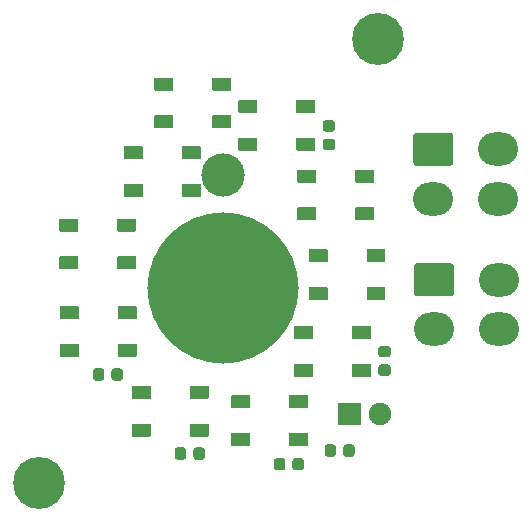
<source format=gbr>
%TF.GenerationSoftware,KiCad,Pcbnew,(5.1.10)-1*%
%TF.CreationDate,2021-11-16T17:31:42+11:00*%
%TF.ProjectId,FIRE TEST Panel PCB V2,46495245-2054-4455-9354-2050616e656c,rev?*%
%TF.SameCoordinates,Original*%
%TF.FileFunction,Soldermask,Top*%
%TF.FilePolarity,Negative*%
%FSLAX46Y46*%
G04 Gerber Fmt 4.6, Leading zero omitted, Abs format (unit mm)*
G04 Created by KiCad (PCBNEW (5.1.10)-1) date 2021-11-16 17:31:42*
%MOMM*%
%LPD*%
G01*
G04 APERTURE LIST*
%ADD10O,3.400000X2.800000*%
%ADD11C,4.400000*%
%ADD12C,12.800000*%
%ADD13C,3.672000*%
%ADD14C,1.900000*%
G04 APERTURE END LIST*
D10*
%TO.C,J2*%
X157891000Y-104698000D03*
X157891000Y-100498000D03*
X152391000Y-104698000D03*
G36*
G01*
X150950260Y-99098000D02*
X153831740Y-99098000D01*
G75*
G02*
X154091000Y-99357260I0J-259260D01*
G01*
X154091000Y-101638740D01*
G75*
G02*
X153831740Y-101898000I-259260J0D01*
G01*
X150950260Y-101898000D01*
G75*
G02*
X150691000Y-101638740I0J259260D01*
G01*
X150691000Y-99357260D01*
G75*
G02*
X150950260Y-99098000I259260J0D01*
G01*
G37*
%TD*%
%TO.C,J1*%
X157841000Y-93648600D03*
X157841000Y-89448600D03*
X152341000Y-93648600D03*
G36*
G01*
X150900260Y-88048600D02*
X153781740Y-88048600D01*
G75*
G02*
X154041000Y-88307860I0J-259260D01*
G01*
X154041000Y-90589340D01*
G75*
G02*
X153781740Y-90848600I-259260J0D01*
G01*
X150900260Y-90848600D01*
G75*
G02*
X150641000Y-90589340I0J259260D01*
G01*
X150641000Y-88307860D01*
G75*
G02*
X150900260Y-88048600I259260J0D01*
G01*
G37*
%TD*%
D11*
%TO.C,3*%
X118921711Y-117666493D03*
%TD*%
%TO.C,2*%
X147623711Y-80074493D03*
%TD*%
D12*
%TO.C,1*%
X134542711Y-101156493D03*
X134542711Y-101156493D03*
D13*
X134542711Y-91631493D03*
%TD*%
%TO.C,R1*%
G36*
G01*
X144107000Y-114676750D02*
X144107000Y-115239250D01*
G75*
G02*
X143863250Y-115483000I-243750J0D01*
G01*
X143375750Y-115483000D01*
G75*
G02*
X143132000Y-115239250I0J243750D01*
G01*
X143132000Y-114676750D01*
G75*
G02*
X143375750Y-114433000I243750J0D01*
G01*
X143863250Y-114433000D01*
G75*
G02*
X144107000Y-114676750I0J-243750D01*
G01*
G37*
G36*
G01*
X145682000Y-114676750D02*
X145682000Y-115239250D01*
G75*
G02*
X145438250Y-115483000I-243750J0D01*
G01*
X144950750Y-115483000D01*
G75*
G02*
X144707000Y-115239250I0J243750D01*
G01*
X144707000Y-114676750D01*
G75*
G02*
X144950750Y-114433000I243750J0D01*
G01*
X145438250Y-114433000D01*
G75*
G02*
X145682000Y-114676750I0J-243750D01*
G01*
G37*
%TD*%
%TO.C,C7*%
G36*
G01*
X147922750Y-107661000D02*
X148485250Y-107661000D01*
G75*
G02*
X148729000Y-107904750I0J-243750D01*
G01*
X148729000Y-108392250D01*
G75*
G02*
X148485250Y-108636000I-243750J0D01*
G01*
X147922750Y-108636000D01*
G75*
G02*
X147679000Y-108392250I0J243750D01*
G01*
X147679000Y-107904750D01*
G75*
G02*
X147922750Y-107661000I243750J0D01*
G01*
G37*
G36*
G01*
X147922750Y-106086000D02*
X148485250Y-106086000D01*
G75*
G02*
X148729000Y-106329750I0J-243750D01*
G01*
X148729000Y-106817250D01*
G75*
G02*
X148485250Y-107061000I-243750J0D01*
G01*
X147922750Y-107061000D01*
G75*
G02*
X147679000Y-106817250I0J243750D01*
G01*
X147679000Y-106329750D01*
G75*
G02*
X147922750Y-106086000I243750J0D01*
G01*
G37*
%TD*%
%TO.C,C6*%
G36*
G01*
X140414000Y-116389250D02*
X140414000Y-115826750D01*
G75*
G02*
X140657750Y-115583000I243750J0D01*
G01*
X141145250Y-115583000D01*
G75*
G02*
X141389000Y-115826750I0J-243750D01*
G01*
X141389000Y-116389250D01*
G75*
G02*
X141145250Y-116633000I-243750J0D01*
G01*
X140657750Y-116633000D01*
G75*
G02*
X140414000Y-116389250I0J243750D01*
G01*
G37*
G36*
G01*
X138839000Y-116389250D02*
X138839000Y-115826750D01*
G75*
G02*
X139082750Y-115583000I243750J0D01*
G01*
X139570250Y-115583000D01*
G75*
G02*
X139814000Y-115826750I0J-243750D01*
G01*
X139814000Y-116389250D01*
G75*
G02*
X139570250Y-116633000I-243750J0D01*
G01*
X139082750Y-116633000D01*
G75*
G02*
X138839000Y-116389250I0J243750D01*
G01*
G37*
%TD*%
%TO.C,C5*%
G36*
G01*
X132017000Y-115490250D02*
X132017000Y-114927750D01*
G75*
G02*
X132260750Y-114684000I243750J0D01*
G01*
X132748250Y-114684000D01*
G75*
G02*
X132992000Y-114927750I0J-243750D01*
G01*
X132992000Y-115490250D01*
G75*
G02*
X132748250Y-115734000I-243750J0D01*
G01*
X132260750Y-115734000D01*
G75*
G02*
X132017000Y-115490250I0J243750D01*
G01*
G37*
G36*
G01*
X130442000Y-115490250D02*
X130442000Y-114927750D01*
G75*
G02*
X130685750Y-114684000I243750J0D01*
G01*
X131173250Y-114684000D01*
G75*
G02*
X131417000Y-114927750I0J-243750D01*
G01*
X131417000Y-115490250D01*
G75*
G02*
X131173250Y-115734000I-243750J0D01*
G01*
X130685750Y-115734000D01*
G75*
G02*
X130442000Y-115490250I0J243750D01*
G01*
G37*
%TD*%
%TO.C,C4*%
G36*
G01*
X125085000Y-108800250D02*
X125085000Y-108237750D01*
G75*
G02*
X125328750Y-107994000I243750J0D01*
G01*
X125816250Y-107994000D01*
G75*
G02*
X126060000Y-108237750I0J-243750D01*
G01*
X126060000Y-108800250D01*
G75*
G02*
X125816250Y-109044000I-243750J0D01*
G01*
X125328750Y-109044000D01*
G75*
G02*
X125085000Y-108800250I0J243750D01*
G01*
G37*
G36*
G01*
X123510000Y-108800250D02*
X123510000Y-108237750D01*
G75*
G02*
X123753750Y-107994000I243750J0D01*
G01*
X124241250Y-107994000D01*
G75*
G02*
X124485000Y-108237750I0J-243750D01*
G01*
X124485000Y-108800250D01*
G75*
G02*
X124241250Y-109044000I-243750J0D01*
G01*
X123753750Y-109044000D01*
G75*
G02*
X123510000Y-108800250I0J243750D01*
G01*
G37*
%TD*%
%TO.C,C3*%
G36*
G01*
X143213750Y-88552200D02*
X143776250Y-88552200D01*
G75*
G02*
X144020000Y-88795950I0J-243750D01*
G01*
X144020000Y-89283450D01*
G75*
G02*
X143776250Y-89527200I-243750J0D01*
G01*
X143213750Y-89527200D01*
G75*
G02*
X142970000Y-89283450I0J243750D01*
G01*
X142970000Y-88795950D01*
G75*
G02*
X143213750Y-88552200I243750J0D01*
G01*
G37*
G36*
G01*
X143213750Y-86977200D02*
X143776250Y-86977200D01*
G75*
G02*
X144020000Y-87220950I0J-243750D01*
G01*
X144020000Y-87708450D01*
G75*
G02*
X143776250Y-87952200I-243750J0D01*
G01*
X143213750Y-87952200D01*
G75*
G02*
X142970000Y-87708450I0J243750D01*
G01*
X142970000Y-87220950D01*
G75*
G02*
X143213750Y-86977200I243750J0D01*
G01*
G37*
%TD*%
D14*
%TO.C,D11*%
X147790000Y-111839000D03*
G36*
G01*
X144300000Y-112739000D02*
X144300000Y-110939000D01*
G75*
G02*
X144350000Y-110889000I50000J0D01*
G01*
X146150000Y-110889000D01*
G75*
G02*
X146200000Y-110939000I0J-50000D01*
G01*
X146200000Y-112739000D01*
G75*
G02*
X146150000Y-112789000I-50000J0D01*
G01*
X144350000Y-112789000D01*
G75*
G02*
X144300000Y-112739000I0J50000D01*
G01*
G37*
%TD*%
%TO.C,D10*%
G36*
G01*
X126138000Y-90238400D02*
X126138000Y-89238400D01*
G75*
G02*
X126188000Y-89188400I50000J0D01*
G01*
X127688000Y-89188400D01*
G75*
G02*
X127738000Y-89238400I0J-50000D01*
G01*
X127738000Y-90238400D01*
G75*
G02*
X127688000Y-90288400I-50000J0D01*
G01*
X126188000Y-90288400D01*
G75*
G02*
X126138000Y-90238400I0J50000D01*
G01*
G37*
G36*
G01*
X126138000Y-93438400D02*
X126138000Y-92438400D01*
G75*
G02*
X126188000Y-92388400I50000J0D01*
G01*
X127688000Y-92388400D01*
G75*
G02*
X127738000Y-92438400I0J-50000D01*
G01*
X127738000Y-93438400D01*
G75*
G02*
X127688000Y-93488400I-50000J0D01*
G01*
X126188000Y-93488400D01*
G75*
G02*
X126138000Y-93438400I0J50000D01*
G01*
G37*
G36*
G01*
X131038000Y-90238400D02*
X131038000Y-89238400D01*
G75*
G02*
X131088000Y-89188400I50000J0D01*
G01*
X132588000Y-89188400D01*
G75*
G02*
X132638000Y-89238400I0J-50000D01*
G01*
X132638000Y-90238400D01*
G75*
G02*
X132588000Y-90288400I-50000J0D01*
G01*
X131088000Y-90288400D01*
G75*
G02*
X131038000Y-90238400I0J50000D01*
G01*
G37*
G36*
G01*
X131038000Y-93438400D02*
X131038000Y-92438400D01*
G75*
G02*
X131088000Y-92388400I50000J0D01*
G01*
X132588000Y-92388400D01*
G75*
G02*
X132638000Y-92438400I0J-50000D01*
G01*
X132638000Y-93438400D01*
G75*
G02*
X132588000Y-93488400I-50000J0D01*
G01*
X131088000Y-93488400D01*
G75*
G02*
X131038000Y-93438400I0J50000D01*
G01*
G37*
%TD*%
%TO.C,D9*%
G36*
G01*
X120663000Y-96359600D02*
X120663000Y-95359600D01*
G75*
G02*
X120713000Y-95309600I50000J0D01*
G01*
X122213000Y-95309600D01*
G75*
G02*
X122263000Y-95359600I0J-50000D01*
G01*
X122263000Y-96359600D01*
G75*
G02*
X122213000Y-96409600I-50000J0D01*
G01*
X120713000Y-96409600D01*
G75*
G02*
X120663000Y-96359600I0J50000D01*
G01*
G37*
G36*
G01*
X120663000Y-99559600D02*
X120663000Y-98559600D01*
G75*
G02*
X120713000Y-98509600I50000J0D01*
G01*
X122213000Y-98509600D01*
G75*
G02*
X122263000Y-98559600I0J-50000D01*
G01*
X122263000Y-99559600D01*
G75*
G02*
X122213000Y-99609600I-50000J0D01*
G01*
X120713000Y-99609600D01*
G75*
G02*
X120663000Y-99559600I0J50000D01*
G01*
G37*
G36*
G01*
X125563000Y-96359600D02*
X125563000Y-95359600D01*
G75*
G02*
X125613000Y-95309600I50000J0D01*
G01*
X127113000Y-95309600D01*
G75*
G02*
X127163000Y-95359600I0J-50000D01*
G01*
X127163000Y-96359600D01*
G75*
G02*
X127113000Y-96409600I-50000J0D01*
G01*
X125613000Y-96409600D01*
G75*
G02*
X125563000Y-96359600I0J50000D01*
G01*
G37*
G36*
G01*
X125563000Y-99559600D02*
X125563000Y-98559600D01*
G75*
G02*
X125613000Y-98509600I50000J0D01*
G01*
X127113000Y-98509600D01*
G75*
G02*
X127163000Y-98559600I0J-50000D01*
G01*
X127163000Y-99559600D01*
G75*
G02*
X127113000Y-99609600I-50000J0D01*
G01*
X125613000Y-99609600D01*
G75*
G02*
X125563000Y-99559600I0J50000D01*
G01*
G37*
%TD*%
%TO.C,D8*%
G36*
G01*
X120714000Y-103776000D02*
X120714000Y-102776000D01*
G75*
G02*
X120764000Y-102726000I50000J0D01*
G01*
X122264000Y-102726000D01*
G75*
G02*
X122314000Y-102776000I0J-50000D01*
G01*
X122314000Y-103776000D01*
G75*
G02*
X122264000Y-103826000I-50000J0D01*
G01*
X120764000Y-103826000D01*
G75*
G02*
X120714000Y-103776000I0J50000D01*
G01*
G37*
G36*
G01*
X120714000Y-106976000D02*
X120714000Y-105976000D01*
G75*
G02*
X120764000Y-105926000I50000J0D01*
G01*
X122264000Y-105926000D01*
G75*
G02*
X122314000Y-105976000I0J-50000D01*
G01*
X122314000Y-106976000D01*
G75*
G02*
X122264000Y-107026000I-50000J0D01*
G01*
X120764000Y-107026000D01*
G75*
G02*
X120714000Y-106976000I0J50000D01*
G01*
G37*
G36*
G01*
X125614000Y-103776000D02*
X125614000Y-102776000D01*
G75*
G02*
X125664000Y-102726000I50000J0D01*
G01*
X127164000Y-102726000D01*
G75*
G02*
X127214000Y-102776000I0J-50000D01*
G01*
X127214000Y-103776000D01*
G75*
G02*
X127164000Y-103826000I-50000J0D01*
G01*
X125664000Y-103826000D01*
G75*
G02*
X125614000Y-103776000I0J50000D01*
G01*
G37*
G36*
G01*
X125614000Y-106976000D02*
X125614000Y-105976000D01*
G75*
G02*
X125664000Y-105926000I50000J0D01*
G01*
X127164000Y-105926000D01*
G75*
G02*
X127214000Y-105976000I0J-50000D01*
G01*
X127214000Y-106976000D01*
G75*
G02*
X127164000Y-107026000I-50000J0D01*
G01*
X125664000Y-107026000D01*
G75*
G02*
X125614000Y-106976000I0J50000D01*
G01*
G37*
%TD*%
%TO.C,D7*%
G36*
G01*
X126810000Y-110533000D02*
X126810000Y-109533000D01*
G75*
G02*
X126860000Y-109483000I50000J0D01*
G01*
X128360000Y-109483000D01*
G75*
G02*
X128410000Y-109533000I0J-50000D01*
G01*
X128410000Y-110533000D01*
G75*
G02*
X128360000Y-110583000I-50000J0D01*
G01*
X126860000Y-110583000D01*
G75*
G02*
X126810000Y-110533000I0J50000D01*
G01*
G37*
G36*
G01*
X126810000Y-113733000D02*
X126810000Y-112733000D01*
G75*
G02*
X126860000Y-112683000I50000J0D01*
G01*
X128360000Y-112683000D01*
G75*
G02*
X128410000Y-112733000I0J-50000D01*
G01*
X128410000Y-113733000D01*
G75*
G02*
X128360000Y-113783000I-50000J0D01*
G01*
X126860000Y-113783000D01*
G75*
G02*
X126810000Y-113733000I0J50000D01*
G01*
G37*
G36*
G01*
X131710000Y-110533000D02*
X131710000Y-109533000D01*
G75*
G02*
X131760000Y-109483000I50000J0D01*
G01*
X133260000Y-109483000D01*
G75*
G02*
X133310000Y-109533000I0J-50000D01*
G01*
X133310000Y-110533000D01*
G75*
G02*
X133260000Y-110583000I-50000J0D01*
G01*
X131760000Y-110583000D01*
G75*
G02*
X131710000Y-110533000I0J50000D01*
G01*
G37*
G36*
G01*
X131710000Y-113733000D02*
X131710000Y-112733000D01*
G75*
G02*
X131760000Y-112683000I50000J0D01*
G01*
X133260000Y-112683000D01*
G75*
G02*
X133310000Y-112733000I0J-50000D01*
G01*
X133310000Y-113733000D01*
G75*
G02*
X133260000Y-113783000I-50000J0D01*
G01*
X131760000Y-113783000D01*
G75*
G02*
X131710000Y-113733000I0J50000D01*
G01*
G37*
%TD*%
%TO.C,D6*%
G36*
G01*
X135231000Y-111320000D02*
X135231000Y-110320000D01*
G75*
G02*
X135281000Y-110270000I50000J0D01*
G01*
X136781000Y-110270000D01*
G75*
G02*
X136831000Y-110320000I0J-50000D01*
G01*
X136831000Y-111320000D01*
G75*
G02*
X136781000Y-111370000I-50000J0D01*
G01*
X135281000Y-111370000D01*
G75*
G02*
X135231000Y-111320000I0J50000D01*
G01*
G37*
G36*
G01*
X135231000Y-114520000D02*
X135231000Y-113520000D01*
G75*
G02*
X135281000Y-113470000I50000J0D01*
G01*
X136781000Y-113470000D01*
G75*
G02*
X136831000Y-113520000I0J-50000D01*
G01*
X136831000Y-114520000D01*
G75*
G02*
X136781000Y-114570000I-50000J0D01*
G01*
X135281000Y-114570000D01*
G75*
G02*
X135231000Y-114520000I0J50000D01*
G01*
G37*
G36*
G01*
X140131000Y-111320000D02*
X140131000Y-110320000D01*
G75*
G02*
X140181000Y-110270000I50000J0D01*
G01*
X141681000Y-110270000D01*
G75*
G02*
X141731000Y-110320000I0J-50000D01*
G01*
X141731000Y-111320000D01*
G75*
G02*
X141681000Y-111370000I-50000J0D01*
G01*
X140181000Y-111370000D01*
G75*
G02*
X140131000Y-111320000I0J50000D01*
G01*
G37*
G36*
G01*
X140131000Y-114520000D02*
X140131000Y-113520000D01*
G75*
G02*
X140181000Y-113470000I50000J0D01*
G01*
X141681000Y-113470000D01*
G75*
G02*
X141731000Y-113520000I0J-50000D01*
G01*
X141731000Y-114520000D01*
G75*
G02*
X141681000Y-114570000I-50000J0D01*
G01*
X140181000Y-114570000D01*
G75*
G02*
X140131000Y-114520000I0J50000D01*
G01*
G37*
%TD*%
%TO.C,D5*%
G36*
G01*
X140553000Y-105453000D02*
X140553000Y-104453000D01*
G75*
G02*
X140603000Y-104403000I50000J0D01*
G01*
X142103000Y-104403000D01*
G75*
G02*
X142153000Y-104453000I0J-50000D01*
G01*
X142153000Y-105453000D01*
G75*
G02*
X142103000Y-105503000I-50000J0D01*
G01*
X140603000Y-105503000D01*
G75*
G02*
X140553000Y-105453000I0J50000D01*
G01*
G37*
G36*
G01*
X140553000Y-108653000D02*
X140553000Y-107653000D01*
G75*
G02*
X140603000Y-107603000I50000J0D01*
G01*
X142103000Y-107603000D01*
G75*
G02*
X142153000Y-107653000I0J-50000D01*
G01*
X142153000Y-108653000D01*
G75*
G02*
X142103000Y-108703000I-50000J0D01*
G01*
X140603000Y-108703000D01*
G75*
G02*
X140553000Y-108653000I0J50000D01*
G01*
G37*
G36*
G01*
X145453000Y-105453000D02*
X145453000Y-104453000D01*
G75*
G02*
X145503000Y-104403000I50000J0D01*
G01*
X147003000Y-104403000D01*
G75*
G02*
X147053000Y-104453000I0J-50000D01*
G01*
X147053000Y-105453000D01*
G75*
G02*
X147003000Y-105503000I-50000J0D01*
G01*
X145503000Y-105503000D01*
G75*
G02*
X145453000Y-105453000I0J50000D01*
G01*
G37*
G36*
G01*
X145453000Y-108653000D02*
X145453000Y-107653000D01*
G75*
G02*
X145503000Y-107603000I50000J0D01*
G01*
X147003000Y-107603000D01*
G75*
G02*
X147053000Y-107653000I0J-50000D01*
G01*
X147053000Y-108653000D01*
G75*
G02*
X147003000Y-108703000I-50000J0D01*
G01*
X145503000Y-108703000D01*
G75*
G02*
X145453000Y-108653000I0J50000D01*
G01*
G37*
%TD*%
%TO.C,D4*%
G36*
G01*
X141784000Y-98976000D02*
X141784000Y-97976000D01*
G75*
G02*
X141834000Y-97926000I50000J0D01*
G01*
X143334000Y-97926000D01*
G75*
G02*
X143384000Y-97976000I0J-50000D01*
G01*
X143384000Y-98976000D01*
G75*
G02*
X143334000Y-99026000I-50000J0D01*
G01*
X141834000Y-99026000D01*
G75*
G02*
X141784000Y-98976000I0J50000D01*
G01*
G37*
G36*
G01*
X141784000Y-102176000D02*
X141784000Y-101176000D01*
G75*
G02*
X141834000Y-101126000I50000J0D01*
G01*
X143334000Y-101126000D01*
G75*
G02*
X143384000Y-101176000I0J-50000D01*
G01*
X143384000Y-102176000D01*
G75*
G02*
X143334000Y-102226000I-50000J0D01*
G01*
X141834000Y-102226000D01*
G75*
G02*
X141784000Y-102176000I0J50000D01*
G01*
G37*
G36*
G01*
X146684000Y-98976000D02*
X146684000Y-97976000D01*
G75*
G02*
X146734000Y-97926000I50000J0D01*
G01*
X148234000Y-97926000D01*
G75*
G02*
X148284000Y-97976000I0J-50000D01*
G01*
X148284000Y-98976000D01*
G75*
G02*
X148234000Y-99026000I-50000J0D01*
G01*
X146734000Y-99026000D01*
G75*
G02*
X146684000Y-98976000I0J50000D01*
G01*
G37*
G36*
G01*
X146684000Y-102176000D02*
X146684000Y-101176000D01*
G75*
G02*
X146734000Y-101126000I50000J0D01*
G01*
X148234000Y-101126000D01*
G75*
G02*
X148284000Y-101176000I0J-50000D01*
G01*
X148284000Y-102176000D01*
G75*
G02*
X148234000Y-102226000I-50000J0D01*
G01*
X146734000Y-102226000D01*
G75*
G02*
X146684000Y-102176000I0J50000D01*
G01*
G37*
%TD*%
%TO.C,D3*%
G36*
G01*
X140819000Y-92219600D02*
X140819000Y-91219600D01*
G75*
G02*
X140869000Y-91169600I50000J0D01*
G01*
X142369000Y-91169600D01*
G75*
G02*
X142419000Y-91219600I0J-50000D01*
G01*
X142419000Y-92219600D01*
G75*
G02*
X142369000Y-92269600I-50000J0D01*
G01*
X140869000Y-92269600D01*
G75*
G02*
X140819000Y-92219600I0J50000D01*
G01*
G37*
G36*
G01*
X140819000Y-95419600D02*
X140819000Y-94419600D01*
G75*
G02*
X140869000Y-94369600I50000J0D01*
G01*
X142369000Y-94369600D01*
G75*
G02*
X142419000Y-94419600I0J-50000D01*
G01*
X142419000Y-95419600D01*
G75*
G02*
X142369000Y-95469600I-50000J0D01*
G01*
X140869000Y-95469600D01*
G75*
G02*
X140819000Y-95419600I0J50000D01*
G01*
G37*
G36*
G01*
X145719000Y-92219600D02*
X145719000Y-91219600D01*
G75*
G02*
X145769000Y-91169600I50000J0D01*
G01*
X147269000Y-91169600D01*
G75*
G02*
X147319000Y-91219600I0J-50000D01*
G01*
X147319000Y-92219600D01*
G75*
G02*
X147269000Y-92269600I-50000J0D01*
G01*
X145769000Y-92269600D01*
G75*
G02*
X145719000Y-92219600I0J50000D01*
G01*
G37*
G36*
G01*
X145719000Y-95419600D02*
X145719000Y-94419600D01*
G75*
G02*
X145769000Y-94369600I50000J0D01*
G01*
X147269000Y-94369600D01*
G75*
G02*
X147319000Y-94419600I0J-50000D01*
G01*
X147319000Y-95419600D01*
G75*
G02*
X147269000Y-95469600I-50000J0D01*
G01*
X145769000Y-95469600D01*
G75*
G02*
X145719000Y-95419600I0J50000D01*
G01*
G37*
%TD*%
%TO.C,D2*%
G36*
G01*
X135840000Y-86326800D02*
X135840000Y-85326800D01*
G75*
G02*
X135890000Y-85276800I50000J0D01*
G01*
X137390000Y-85276800D01*
G75*
G02*
X137440000Y-85326800I0J-50000D01*
G01*
X137440000Y-86326800D01*
G75*
G02*
X137390000Y-86376800I-50000J0D01*
G01*
X135890000Y-86376800D01*
G75*
G02*
X135840000Y-86326800I0J50000D01*
G01*
G37*
G36*
G01*
X135840000Y-89526800D02*
X135840000Y-88526800D01*
G75*
G02*
X135890000Y-88476800I50000J0D01*
G01*
X137390000Y-88476800D01*
G75*
G02*
X137440000Y-88526800I0J-50000D01*
G01*
X137440000Y-89526800D01*
G75*
G02*
X137390000Y-89576800I-50000J0D01*
G01*
X135890000Y-89576800D01*
G75*
G02*
X135840000Y-89526800I0J50000D01*
G01*
G37*
G36*
G01*
X140740000Y-86326800D02*
X140740000Y-85326800D01*
G75*
G02*
X140790000Y-85276800I50000J0D01*
G01*
X142290000Y-85276800D01*
G75*
G02*
X142340000Y-85326800I0J-50000D01*
G01*
X142340000Y-86326800D01*
G75*
G02*
X142290000Y-86376800I-50000J0D01*
G01*
X140790000Y-86376800D01*
G75*
G02*
X140740000Y-86326800I0J50000D01*
G01*
G37*
G36*
G01*
X140740000Y-89526800D02*
X140740000Y-88526800D01*
G75*
G02*
X140790000Y-88476800I50000J0D01*
G01*
X142290000Y-88476800D01*
G75*
G02*
X142340000Y-88526800I0J-50000D01*
G01*
X142340000Y-89526800D01*
G75*
G02*
X142290000Y-89576800I-50000J0D01*
G01*
X140790000Y-89576800D01*
G75*
G02*
X140740000Y-89526800I0J50000D01*
G01*
G37*
%TD*%
%TO.C,D1*%
G36*
G01*
X128717000Y-84421600D02*
X128717000Y-83421600D01*
G75*
G02*
X128767000Y-83371600I50000J0D01*
G01*
X130267000Y-83371600D01*
G75*
G02*
X130317000Y-83421600I0J-50000D01*
G01*
X130317000Y-84421600D01*
G75*
G02*
X130267000Y-84471600I-50000J0D01*
G01*
X128767000Y-84471600D01*
G75*
G02*
X128717000Y-84421600I0J50000D01*
G01*
G37*
G36*
G01*
X128717000Y-87621600D02*
X128717000Y-86621600D01*
G75*
G02*
X128767000Y-86571600I50000J0D01*
G01*
X130267000Y-86571600D01*
G75*
G02*
X130317000Y-86621600I0J-50000D01*
G01*
X130317000Y-87621600D01*
G75*
G02*
X130267000Y-87671600I-50000J0D01*
G01*
X128767000Y-87671600D01*
G75*
G02*
X128717000Y-87621600I0J50000D01*
G01*
G37*
G36*
G01*
X133617000Y-84421600D02*
X133617000Y-83421600D01*
G75*
G02*
X133667000Y-83371600I50000J0D01*
G01*
X135167000Y-83371600D01*
G75*
G02*
X135217000Y-83421600I0J-50000D01*
G01*
X135217000Y-84421600D01*
G75*
G02*
X135167000Y-84471600I-50000J0D01*
G01*
X133667000Y-84471600D01*
G75*
G02*
X133617000Y-84421600I0J50000D01*
G01*
G37*
G36*
G01*
X133617000Y-87621600D02*
X133617000Y-86621600D01*
G75*
G02*
X133667000Y-86571600I50000J0D01*
G01*
X135167000Y-86571600D01*
G75*
G02*
X135217000Y-86621600I0J-50000D01*
G01*
X135217000Y-87621600D01*
G75*
G02*
X135167000Y-87671600I-50000J0D01*
G01*
X133667000Y-87671600D01*
G75*
G02*
X133617000Y-87621600I0J50000D01*
G01*
G37*
%TD*%
M02*

</source>
